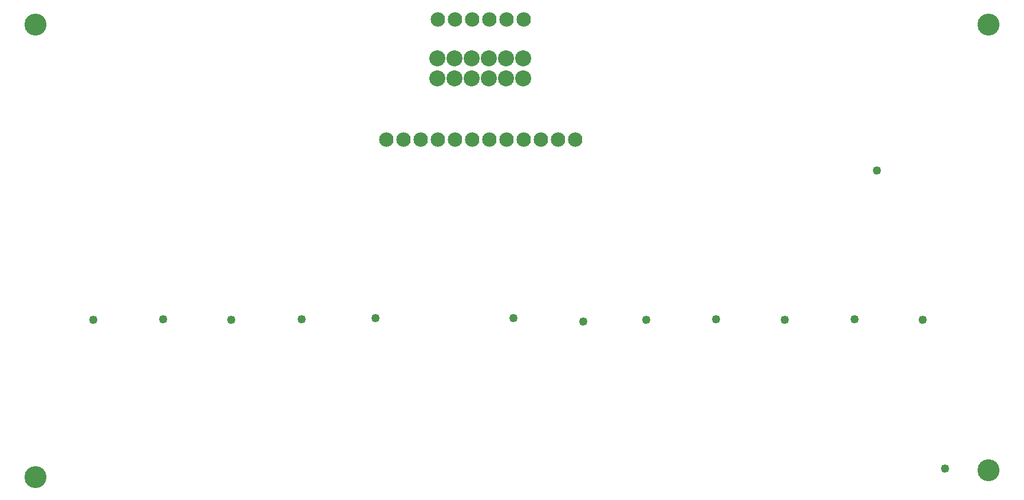
<source format=gts>
G04 MADE WITH FRITZING*
G04 WWW.FRITZING.ORG*
G04 DOUBLE SIDED*
G04 HOLES PLATED*
G04 CONTOUR ON CENTER OF CONTOUR VECTOR*
%ASAXBY*%
%FSLAX23Y23*%
%MOIN*%
%OFA0B0*%
%SFA1.0B1.0*%
%ADD10C,0.128110*%
%ADD11C,0.084000*%
%ADD12C,0.093307*%
%ADD13C,0.049370*%
%LNMASK1*%
G90*
G70*
G54D10*
X5664Y143D03*
X5664Y2741D03*
X113Y2741D03*
X113Y104D03*
G54D11*
X2657Y2072D03*
X2957Y2772D03*
X3057Y2072D03*
X2457Y2072D03*
X2857Y2072D03*
X3257Y2072D03*
X2557Y2072D03*
X2757Y2072D03*
X2957Y2072D03*
X3157Y2072D03*
X2457Y2772D03*
X2857Y2772D03*
X2557Y2772D03*
X2657Y2772D03*
X2757Y2772D03*
X2157Y2072D03*
X2257Y2072D03*
X2357Y2072D03*
X2657Y2072D03*
X2957Y2772D03*
X3057Y2072D03*
X2457Y2072D03*
X2857Y2072D03*
X3257Y2072D03*
X2557Y2072D03*
X2757Y2072D03*
X2957Y2072D03*
X3157Y2072D03*
X2457Y2772D03*
X2857Y2772D03*
X2557Y2772D03*
X2657Y2772D03*
X2757Y2772D03*
X2157Y2072D03*
X2257Y2072D03*
X2357Y2072D03*
G54D12*
X2454Y2426D03*
X2554Y2426D03*
X2654Y2426D03*
X2754Y2426D03*
X2854Y2426D03*
X2954Y2426D03*
X2454Y2544D03*
X2554Y2544D03*
X2654Y2544D03*
X2754Y2544D03*
X2854Y2544D03*
X2954Y2544D03*
G54D13*
X5012Y1889D03*
X5410Y154D03*
X858Y1024D03*
X1663Y1023D03*
X3303Y1010D03*
X451Y1019D03*
X1255Y1022D03*
X2093Y1032D03*
X2898Y1032D03*
X3671Y1020D03*
X4077Y1025D03*
X4882Y1025D03*
X4476Y1019D03*
X5281Y1020D03*
G04 End of Mask1*
M02*
</source>
